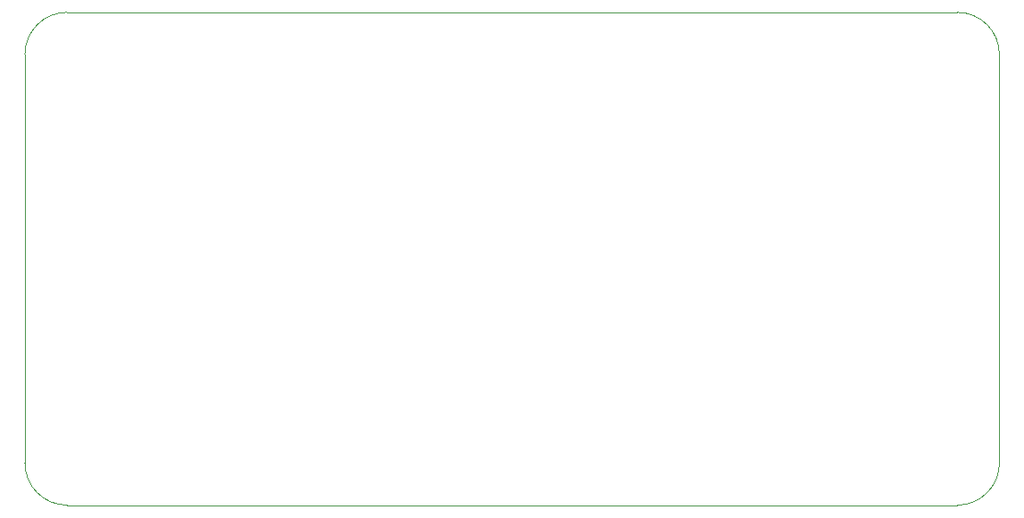
<source format=gm1>
G04*
G04 #@! TF.GenerationSoftware,Altium Limited,Altium Designer,24.2.2 (26)*
G04*
G04 Layer_Color=16711935*
%FSLAX43Y43*%
%MOMM*%
G71*
G04*
G04 #@! TF.SameCoordinates,8CC7AA04-EDAA-4120-BC56-05CF8BE8917F*
G04*
G04*
G04 #@! TF.FilePolarity,Positive*
G04*
G01*
G75*
%ADD88C,0.100*%
D88*
X92500Y44000D02*
G03*
X88500Y48000I-4000J0D01*
G01*
Y1200D02*
G03*
X92500Y5200I0J4000D01*
G01*
X0Y5200D02*
G03*
X4000Y1200I4000J0D01*
G01*
X4000Y48000D02*
G03*
X0Y44000I0J-4000D01*
G01*
X92500Y5200D02*
X92500Y44000D01*
X4000Y1200D02*
X88500Y1200D01*
X-0Y5200D02*
X-0Y44000D01*
X4000Y48000D02*
X88500Y48000D01*
M02*

</source>
